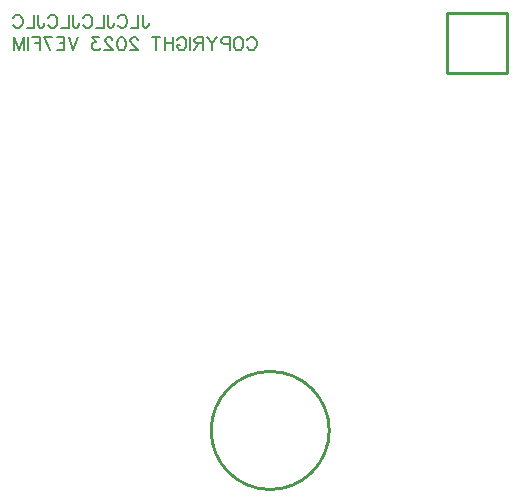
<source format=gbo>
G04 Layer: BottomSilkscreenLayer*
G04 EasyEDA v6.5.29, 2023-07-09 11:22:14*
G04 66d2373efeaf4300b8bf4b9e6adbc1de,5a6b42c53f6a479593ecc07194224c93,10*
G04 Gerber Generator version 0.2*
G04 Scale: 100 percent, Rotated: No, Reflected: No *
G04 Dimensions in millimeters *
G04 leading zeros omitted , absolute positions ,4 integer and 5 decimal *
%FSLAX45Y45*%
%MOMM*%

%ADD10C,0.1520*%
%ADD11C,0.1524*%
%ADD12C,0.2540*%

%LPD*%
D10*
X1865744Y5703338D02*
G01*
X1865744Y5620212D01*
X1870941Y5604624D01*
X1876135Y5599429D01*
X1886526Y5594235D01*
X1896917Y5594235D01*
X1907308Y5599429D01*
X1912505Y5604624D01*
X1917700Y5620212D01*
X1917700Y5630603D01*
X1831454Y5703338D02*
G01*
X1831454Y5594235D01*
X1831454Y5594235D02*
G01*
X1769110Y5594235D01*
X1656887Y5677362D02*
G01*
X1662084Y5687753D01*
X1672475Y5698144D01*
X1682864Y5703338D01*
X1703646Y5703338D01*
X1714037Y5698144D01*
X1724428Y5687753D01*
X1729625Y5677362D01*
X1734820Y5661774D01*
X1734820Y5635797D01*
X1729625Y5620212D01*
X1724428Y5609821D01*
X1714037Y5599429D01*
X1703646Y5594235D01*
X1682864Y5594235D01*
X1672475Y5599429D01*
X1662084Y5609821D01*
X1656887Y5620212D01*
X1570644Y5703338D02*
G01*
X1570644Y5620212D01*
X1575838Y5604624D01*
X1581035Y5599429D01*
X1591424Y5594235D01*
X1601815Y5594235D01*
X1612206Y5599429D01*
X1617403Y5604624D01*
X1622597Y5620212D01*
X1622597Y5630603D01*
X1536354Y5703338D02*
G01*
X1536354Y5594235D01*
X1536354Y5594235D02*
G01*
X1474007Y5594235D01*
X1361785Y5677362D02*
G01*
X1366982Y5687753D01*
X1377373Y5698144D01*
X1387764Y5703338D01*
X1408544Y5703338D01*
X1418935Y5698144D01*
X1429326Y5687753D01*
X1434523Y5677362D01*
X1439717Y5661774D01*
X1439717Y5635797D01*
X1434523Y5620212D01*
X1429326Y5609821D01*
X1418935Y5599429D01*
X1408544Y5594235D01*
X1387764Y5594235D01*
X1377373Y5599429D01*
X1366982Y5609821D01*
X1361785Y5620212D01*
X1275542Y5703338D02*
G01*
X1275542Y5620212D01*
X1280736Y5604624D01*
X1285933Y5599429D01*
X1296324Y5594235D01*
X1306715Y5594235D01*
X1317104Y5599429D01*
X1322301Y5604624D01*
X1327495Y5620212D01*
X1327495Y5630603D01*
X1241252Y5703338D02*
G01*
X1241252Y5594235D01*
X1241252Y5594235D02*
G01*
X1178905Y5594235D01*
X1066685Y5677362D02*
G01*
X1071879Y5687753D01*
X1082271Y5698144D01*
X1092662Y5703338D01*
X1113444Y5703338D01*
X1123835Y5698144D01*
X1134224Y5687753D01*
X1139421Y5677362D01*
X1144615Y5661774D01*
X1144615Y5635797D01*
X1139421Y5620212D01*
X1134224Y5609821D01*
X1123835Y5599429D01*
X1113444Y5594235D01*
X1092662Y5594235D01*
X1082271Y5599429D01*
X1071879Y5609821D01*
X1066685Y5620212D01*
X980439Y5703338D02*
G01*
X980439Y5620212D01*
X985634Y5604624D01*
X990831Y5599429D01*
X1001222Y5594235D01*
X1011613Y5594235D01*
X1022004Y5599429D01*
X1027198Y5604624D01*
X1032395Y5620212D01*
X1032395Y5630603D01*
X946150Y5703338D02*
G01*
X946150Y5594235D01*
X946150Y5594235D02*
G01*
X883805Y5594235D01*
X771583Y5677362D02*
G01*
X776777Y5687753D01*
X787168Y5698144D01*
X797560Y5703338D01*
X818342Y5703338D01*
X828733Y5698144D01*
X839124Y5687753D01*
X844318Y5677362D01*
X849515Y5661774D01*
X849515Y5635797D01*
X844318Y5620212D01*
X839124Y5609821D01*
X828733Y5599429D01*
X818342Y5594235D01*
X797560Y5594235D01*
X787168Y5599429D01*
X776777Y5609821D01*
X771583Y5620212D01*
D11*
X2754167Y5486862D02*
G01*
X2759364Y5497253D01*
X2769755Y5507644D01*
X2780144Y5512838D01*
X2800926Y5512838D01*
X2811317Y5507644D01*
X2821708Y5497253D01*
X2826905Y5486862D01*
X2832100Y5471274D01*
X2832100Y5445297D01*
X2826905Y5429712D01*
X2821708Y5419321D01*
X2811317Y5408929D01*
X2800926Y5403735D01*
X2780144Y5403735D01*
X2769755Y5408929D01*
X2759364Y5419321D01*
X2754167Y5429712D01*
X2688704Y5512838D02*
G01*
X2699095Y5507644D01*
X2709486Y5497253D01*
X2714683Y5486862D01*
X2719877Y5471274D01*
X2719877Y5445297D01*
X2714683Y5429712D01*
X2709486Y5419321D01*
X2699095Y5408929D01*
X2688704Y5403735D01*
X2667924Y5403735D01*
X2657533Y5408929D01*
X2647142Y5419321D01*
X2641945Y5429712D01*
X2636751Y5445297D01*
X2636751Y5471274D01*
X2641945Y5486862D01*
X2647142Y5497253D01*
X2657533Y5507644D01*
X2667924Y5512838D01*
X2688704Y5512838D01*
X2602461Y5512838D02*
G01*
X2602461Y5403735D01*
X2602461Y5512838D02*
G01*
X2555702Y5512838D01*
X2540114Y5507644D01*
X2534920Y5502447D01*
X2529725Y5492056D01*
X2529725Y5476471D01*
X2534920Y5466079D01*
X2540114Y5460885D01*
X2555702Y5455688D01*
X2602461Y5455688D01*
X2495435Y5512838D02*
G01*
X2453871Y5460885D01*
X2453871Y5403735D01*
X2412306Y5512838D02*
G01*
X2453871Y5460885D01*
X2378016Y5512838D02*
G01*
X2378016Y5403735D01*
X2378016Y5512838D02*
G01*
X2331257Y5512838D01*
X2315672Y5507644D01*
X2310475Y5502447D01*
X2305281Y5492056D01*
X2305281Y5481665D01*
X2310475Y5471274D01*
X2315672Y5466079D01*
X2331257Y5460885D01*
X2378016Y5460885D01*
X2341648Y5460885D02*
G01*
X2305281Y5403735D01*
X2270991Y5512838D02*
G01*
X2270991Y5403735D01*
X2158768Y5486862D02*
G01*
X2163965Y5497253D01*
X2174354Y5507644D01*
X2184745Y5512838D01*
X2205527Y5512838D01*
X2215918Y5507644D01*
X2226309Y5497253D01*
X2231504Y5486862D01*
X2236701Y5471274D01*
X2236701Y5445297D01*
X2231504Y5429712D01*
X2226309Y5419321D01*
X2215918Y5408929D01*
X2205527Y5403735D01*
X2184745Y5403735D01*
X2174354Y5408929D01*
X2163965Y5419321D01*
X2158768Y5429712D01*
X2158768Y5445297D01*
X2184745Y5445297D02*
G01*
X2158768Y5445297D01*
X2124478Y5512838D02*
G01*
X2124478Y5403735D01*
X2051743Y5512838D02*
G01*
X2051743Y5403735D01*
X2124478Y5460885D02*
G01*
X2051743Y5460885D01*
X1981085Y5512838D02*
G01*
X1981085Y5403735D01*
X2017453Y5512838D02*
G01*
X1944715Y5512838D01*
X1825221Y5486862D02*
G01*
X1825221Y5492056D01*
X1820024Y5502447D01*
X1814829Y5507644D01*
X1804438Y5512838D01*
X1783656Y5512838D01*
X1773265Y5507644D01*
X1768071Y5502447D01*
X1762874Y5492056D01*
X1762874Y5481665D01*
X1768071Y5471274D01*
X1778462Y5455688D01*
X1830415Y5403735D01*
X1757679Y5403735D01*
X1692216Y5512838D02*
G01*
X1707804Y5507644D01*
X1718195Y5492056D01*
X1723389Y5466079D01*
X1723389Y5450494D01*
X1718195Y5424515D01*
X1707804Y5408929D01*
X1692216Y5403735D01*
X1681825Y5403735D01*
X1666239Y5408929D01*
X1655848Y5424515D01*
X1650654Y5450494D01*
X1650654Y5466079D01*
X1655848Y5492056D01*
X1666239Y5507644D01*
X1681825Y5512838D01*
X1692216Y5512838D01*
X1611167Y5486862D02*
G01*
X1611167Y5492056D01*
X1605973Y5502447D01*
X1600776Y5507644D01*
X1590385Y5512838D01*
X1569605Y5512838D01*
X1559214Y5507644D01*
X1554017Y5502447D01*
X1548823Y5492056D01*
X1548823Y5481665D01*
X1554017Y5471274D01*
X1564408Y5455688D01*
X1616364Y5403735D01*
X1543626Y5403735D01*
X1498945Y5512838D02*
G01*
X1441795Y5512838D01*
X1472968Y5471274D01*
X1457383Y5471274D01*
X1446992Y5466079D01*
X1441795Y5460885D01*
X1436601Y5445297D01*
X1436601Y5434906D01*
X1441795Y5419321D01*
X1452186Y5408929D01*
X1467774Y5403735D01*
X1483360Y5403735D01*
X1498945Y5408929D01*
X1504142Y5414124D01*
X1509336Y5424515D01*
X1322301Y5512838D02*
G01*
X1280736Y5403735D01*
X1239174Y5512838D02*
G01*
X1280736Y5403735D01*
X1204884Y5512838D02*
G01*
X1204884Y5403735D01*
X1204884Y5512838D02*
G01*
X1137343Y5512838D01*
X1204884Y5460885D02*
G01*
X1163320Y5460885D01*
X1204884Y5403735D02*
G01*
X1137343Y5403735D01*
X1030315Y5512838D02*
G01*
X1082271Y5403735D01*
X1103053Y5512838D02*
G01*
X1030315Y5512838D01*
X996025Y5512838D02*
G01*
X996025Y5403735D01*
X996025Y5512838D02*
G01*
X928484Y5512838D01*
X996025Y5460885D02*
G01*
X954463Y5460885D01*
X894194Y5512838D02*
G01*
X894194Y5403735D01*
X859904Y5512838D02*
G01*
X859904Y5403735D01*
X859904Y5512838D02*
G01*
X818342Y5403735D01*
X776777Y5512838D02*
G01*
X818342Y5403735D01*
X776777Y5512838D02*
G01*
X776777Y5403735D01*
D12*
G75*
G01
X3446394Y2184395D02*
G03X3446394Y2184395I-499999J0D01*
X4445000Y5715000D02*
G01*
X4953000Y5715000D01*
X4953000Y5207000D01*
X4445000Y5207000D01*
X4445000Y5715000D01*
M02*

</source>
